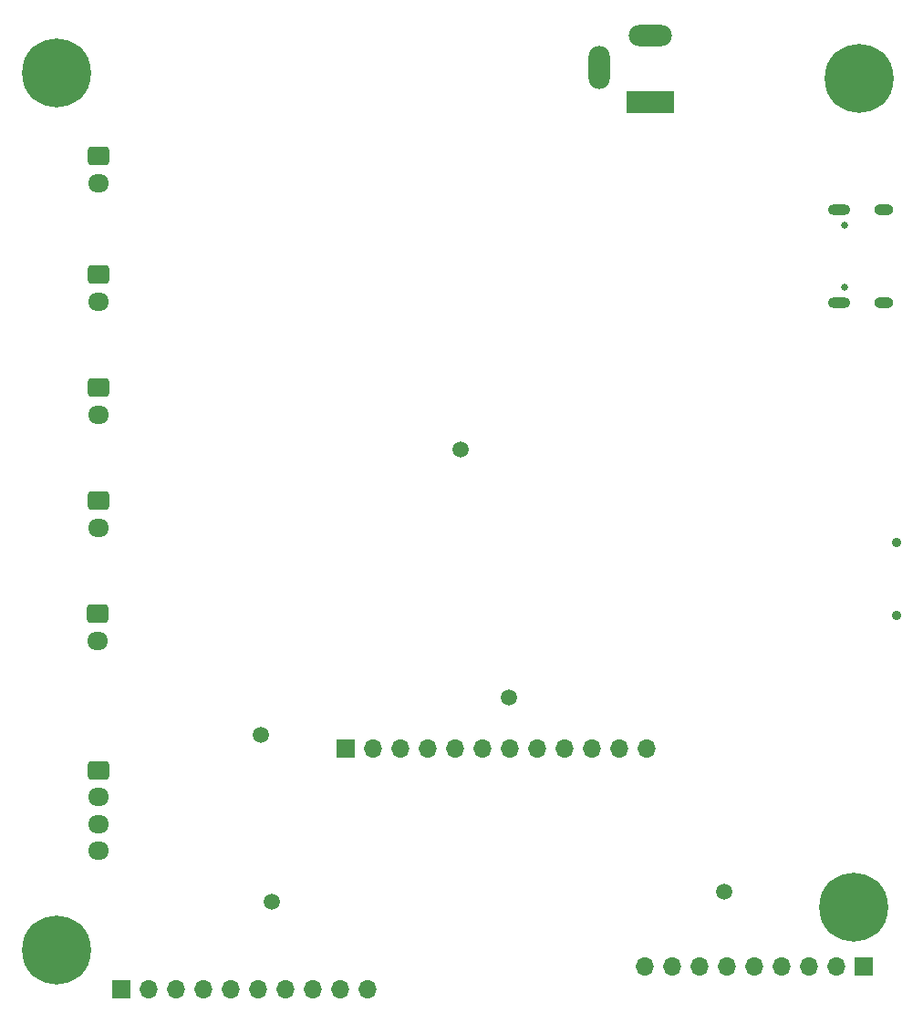
<source format=gbr>
%TF.GenerationSoftware,KiCad,Pcbnew,8.0.6*%
%TF.CreationDate,2024-11-20T22:28:01-08:00*%
%TF.ProjectId,project_rev5,70726f6a-6563-4745-9f72-6576352e6b69,REV5*%
%TF.SameCoordinates,Original*%
%TF.FileFunction,Soldermask,Bot*%
%TF.FilePolarity,Negative*%
%FSLAX46Y46*%
G04 Gerber Fmt 4.6, Leading zero omitted, Abs format (unit mm)*
G04 Created by KiCad (PCBNEW 8.0.6) date 2024-11-20 22:28:01*
%MOMM*%
%LPD*%
G01*
G04 APERTURE LIST*
G04 Aperture macros list*
%AMRoundRect*
0 Rectangle with rounded corners*
0 $1 Rounding radius*
0 $2 $3 $4 $5 $6 $7 $8 $9 X,Y pos of 4 corners*
0 Add a 4 corners polygon primitive as box body*
4,1,4,$2,$3,$4,$5,$6,$7,$8,$9,$2,$3,0*
0 Add four circle primitives for the rounded corners*
1,1,$1+$1,$2,$3*
1,1,$1+$1,$4,$5*
1,1,$1+$1,$6,$7*
1,1,$1+$1,$8,$9*
0 Add four rect primitives between the rounded corners*
20,1,$1+$1,$2,$3,$4,$5,0*
20,1,$1+$1,$4,$5,$6,$7,0*
20,1,$1+$1,$6,$7,$8,$9,0*
20,1,$1+$1,$8,$9,$2,$3,0*%
G04 Aperture macros list end*
%ADD10O,2.000000X4.000000*%
%ADD11O,4.000000X2.000000*%
%ADD12R,4.500000X2.000000*%
%ADD13C,0.900000*%
%ADD14C,0.650000*%
%ADD15O,2.100000X1.000000*%
%ADD16O,1.800000X1.000000*%
%ADD17C,6.400000*%
%ADD18C,1.500000*%
%ADD19RoundRect,0.250000X-0.725000X0.600000X-0.725000X-0.600000X0.725000X-0.600000X0.725000X0.600000X0*%
%ADD20O,1.950000X1.700000*%
%ADD21R,1.700000X1.700000*%
%ADD22O,1.700000X1.700000*%
G04 APERTURE END LIST*
D10*
%TO.C,J1*%
X96400000Y-71500000D03*
D11*
X101100000Y-68500000D03*
D12*
X101100000Y-74700000D03*
%TD*%
D13*
%TO.C,SW4*%
X124000000Y-122400000D03*
X124000000Y-115600000D03*
%TD*%
D14*
%TO.C,J8*%
X119145000Y-91890000D03*
X119145000Y-86110000D03*
D15*
X118645000Y-93320000D03*
D16*
X122825000Y-93320000D03*
D15*
X118645000Y-84680000D03*
D16*
X122825000Y-84680000D03*
%TD*%
D17*
%TO.C,H2*%
X120500000Y-72500000D03*
%TD*%
D18*
%TO.C,TP_BOOT1*%
X88000000Y-130000000D03*
%TD*%
D19*
%TO.C,J2*%
X49900000Y-136750000D03*
D20*
X49900000Y-139250000D03*
X49900000Y-141750000D03*
X49900000Y-144250000D03*
%TD*%
D17*
%TO.C,H3*%
X120000000Y-149500000D03*
%TD*%
D21*
%TO.C,J12*%
X72860000Y-134770000D03*
D22*
X75400000Y-134770000D03*
X77940000Y-134770000D03*
X80480000Y-134770000D03*
X83020000Y-134770000D03*
X85560000Y-134770000D03*
X88100000Y-134770000D03*
X90640000Y-134770000D03*
X93180000Y-134770000D03*
X95720000Y-134770000D03*
X98260000Y-134770000D03*
X100800000Y-134770000D03*
%TD*%
D18*
%TO.C,TP_AND1*%
X83500000Y-107000000D03*
%TD*%
D19*
%TO.C,J4*%
X49900000Y-101250000D03*
D20*
X49900000Y-103750000D03*
%TD*%
D19*
%TO.C,J5*%
X49900000Y-111750000D03*
D20*
X49900000Y-114250000D03*
%TD*%
D18*
%TO.C,TP_LCELL_VCC1*%
X66000000Y-149000000D03*
%TD*%
D21*
%TO.C,J10*%
X120940000Y-155000000D03*
D22*
X118400000Y-155000000D03*
X115860000Y-155000000D03*
X113320000Y-155000000D03*
X110780000Y-155000000D03*
X108240000Y-155000000D03*
X105700000Y-155000000D03*
X103160000Y-155000000D03*
X100620000Y-155000000D03*
%TD*%
D19*
%TO.C,J3*%
X49900000Y-90750000D03*
D20*
X49900000Y-93250000D03*
%TD*%
D18*
%TO.C,TP_PU_EN1*%
X108000000Y-148000000D03*
%TD*%
D19*
%TO.C,J6*%
X49800000Y-122250000D03*
D20*
X49800000Y-124750000D03*
%TD*%
D17*
%TO.C,H1*%
X46000000Y-72000000D03*
%TD*%
%TO.C,H4*%
X46000000Y-153500000D03*
%TD*%
D19*
%TO.C,J7*%
X49900000Y-79750000D03*
D20*
X49900000Y-82250000D03*
%TD*%
D21*
%TO.C,J11*%
X52050000Y-157120000D03*
D22*
X54590000Y-157120000D03*
X57130000Y-157120000D03*
X59670000Y-157120000D03*
X62210000Y-157120000D03*
X64750000Y-157120000D03*
X67290000Y-157120000D03*
X69830000Y-157120000D03*
X72370000Y-157120000D03*
X74910000Y-157120000D03*
%TD*%
D18*
%TO.C,TP_ADC2*%
X65000000Y-133500000D03*
%TD*%
M02*

</source>
